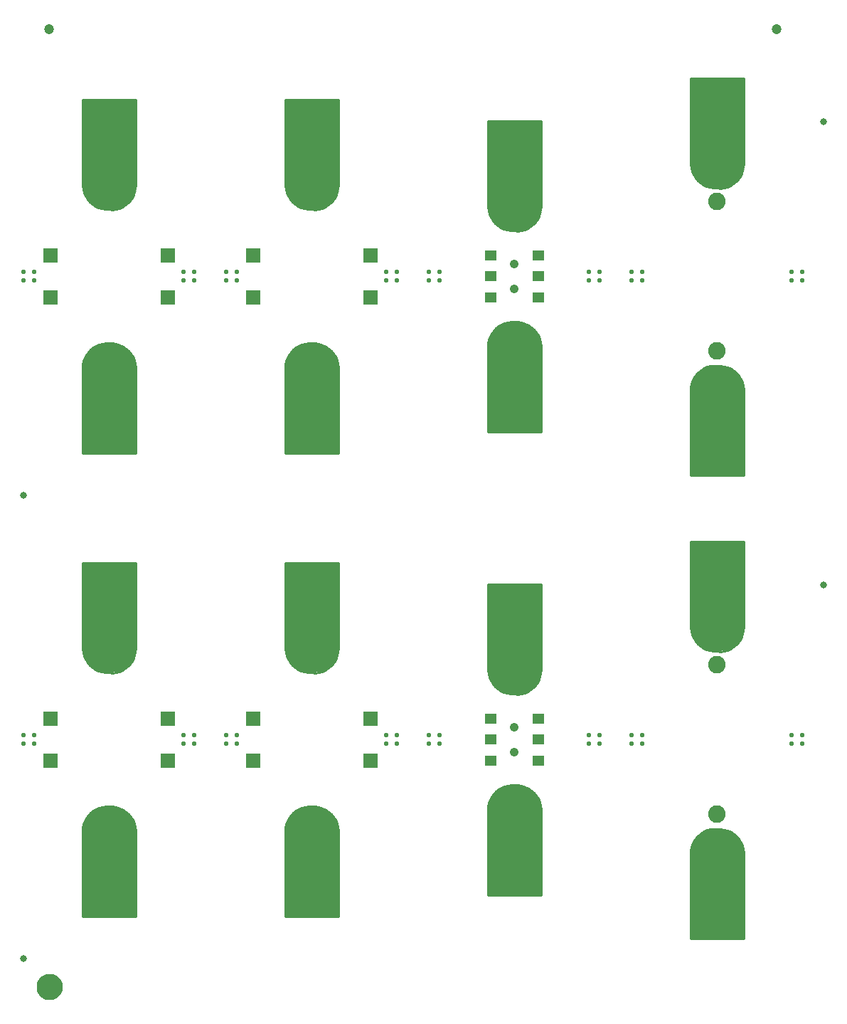
<source format=gts>
G75*
%MOIN*%
%OFA0B0*%
%FSLAX25Y25*%
%IPPOS*%
%LPD*%
%AMOC8*
5,1,8,0,0,1.08239X$1,22.5*
%
%ADD10C,0.02300*%
%ADD11C,0.03300*%
%ADD12R,0.07099X0.06902*%
%ADD13C,0.08200*%
%ADD14R,0.05328X0.04737*%
%ADD15C,0.04146*%
%ADD16C,0.20800*%
%ADD17C,0.01000*%
%ADD18C,0.04737*%
%ADD19C,0.05000*%
%ADD20C,0.06706*%
D10*
X0043750Y0134250D03*
X0043750Y0138250D03*
X0048750Y0138250D03*
X0048750Y0134250D03*
X0118750Y0134250D03*
X0118750Y0138250D03*
X0123750Y0138250D03*
X0123750Y0134250D03*
X0138750Y0134250D03*
X0138750Y0138250D03*
X0143750Y0138250D03*
X0143750Y0134250D03*
X0213750Y0134250D03*
X0213750Y0138250D03*
X0218750Y0138250D03*
X0218750Y0134250D03*
X0233750Y0134250D03*
X0233750Y0138250D03*
X0238750Y0138250D03*
X0238750Y0134250D03*
X0308750Y0134250D03*
X0308750Y0138250D03*
X0313750Y0138250D03*
X0313750Y0134250D03*
X0328750Y0134250D03*
X0328750Y0138250D03*
X0333750Y0138250D03*
X0333750Y0134250D03*
X0403750Y0134250D03*
X0403750Y0138250D03*
X0408750Y0138250D03*
X0408750Y0134250D03*
X0408750Y0351250D03*
X0408750Y0355250D03*
X0403750Y0355250D03*
X0403750Y0351250D03*
X0333750Y0351250D03*
X0333750Y0355250D03*
X0328750Y0355250D03*
X0328750Y0351250D03*
X0313750Y0351250D03*
X0313750Y0355250D03*
X0308750Y0355250D03*
X0308750Y0351250D03*
X0238750Y0351250D03*
X0238750Y0355250D03*
X0233750Y0355250D03*
X0233750Y0351250D03*
X0218750Y0351250D03*
X0218750Y0355250D03*
X0213750Y0355250D03*
X0213750Y0351250D03*
X0143750Y0351250D03*
X0143750Y0355250D03*
X0138750Y0355250D03*
X0138750Y0351250D03*
X0123750Y0351250D03*
X0123750Y0355250D03*
X0118750Y0355250D03*
X0118750Y0351250D03*
X0048750Y0351250D03*
X0048750Y0355250D03*
X0043750Y0355250D03*
X0043750Y0351250D03*
D11*
X0043750Y0033750D03*
X0043750Y0250750D03*
X0418750Y0208750D03*
X0418750Y0425750D03*
D12*
X0206211Y0363093D03*
X0206211Y0343407D03*
X0151289Y0343407D03*
X0151289Y0363093D03*
X0111211Y0363093D03*
X0111211Y0343407D03*
X0056289Y0343407D03*
X0056289Y0363093D03*
X0056289Y0146093D03*
X0056289Y0126407D03*
X0111211Y0126407D03*
X0111211Y0146093D03*
X0151289Y0146093D03*
X0151289Y0126407D03*
X0206211Y0126407D03*
X0206211Y0146093D03*
D13*
X0368750Y0171250D03*
X0368750Y0101250D03*
X0368750Y0318250D03*
X0368750Y0388250D03*
D14*
X0284872Y0363093D03*
X0284872Y0353250D03*
X0284872Y0343407D03*
X0262628Y0343407D03*
X0262628Y0353250D03*
X0262628Y0363093D03*
X0262628Y0146093D03*
X0262628Y0136250D03*
X0262628Y0126407D03*
X0284872Y0126407D03*
X0284872Y0136250D03*
X0284872Y0146093D03*
D15*
X0273750Y0142156D03*
X0273750Y0130344D03*
X0273750Y0347344D03*
X0273750Y0359156D03*
D16*
X0273750Y0386750D03*
X0273750Y0409750D03*
X0273750Y0319750D03*
X0273750Y0296750D03*
X0368750Y0299250D03*
X0368750Y0276250D03*
X0368750Y0212750D03*
X0368750Y0189750D03*
X0273750Y0192750D03*
X0273750Y0169750D03*
X0273750Y0102750D03*
X0273750Y0079750D03*
X0368750Y0082250D03*
X0368750Y0059250D03*
X0178750Y0069750D03*
X0178750Y0092750D03*
X0178750Y0179750D03*
X0178750Y0202750D03*
X0178750Y0286750D03*
X0178750Y0309750D03*
X0178750Y0396750D03*
X0178750Y0419750D03*
X0083750Y0419750D03*
X0083750Y0396750D03*
X0083750Y0309750D03*
X0083750Y0286750D03*
X0083750Y0202750D03*
X0083750Y0179750D03*
X0083750Y0092750D03*
X0083750Y0069750D03*
X0368750Y0406750D03*
X0368750Y0429750D03*
D17*
X0356350Y0430152D02*
X0381150Y0430152D01*
X0381150Y0431150D02*
X0356350Y0431150D01*
X0356350Y0432149D02*
X0381150Y0432149D01*
X0381150Y0433147D02*
X0356350Y0433147D01*
X0356350Y0434146D02*
X0381150Y0434146D01*
X0381150Y0435144D02*
X0356350Y0435144D01*
X0356350Y0436143D02*
X0381150Y0436143D01*
X0381150Y0437141D02*
X0356350Y0437141D01*
X0356350Y0438140D02*
X0381150Y0438140D01*
X0381150Y0439138D02*
X0356350Y0439138D01*
X0356350Y0440137D02*
X0381150Y0440137D01*
X0381150Y0441135D02*
X0356350Y0441135D01*
X0356350Y0442134D02*
X0381150Y0442134D01*
X0381150Y0443132D02*
X0356350Y0443132D01*
X0356350Y0444131D02*
X0381150Y0444131D01*
X0381150Y0445129D02*
X0356350Y0445129D01*
X0356350Y0446128D02*
X0381150Y0446128D01*
X0381150Y0446150D02*
X0381150Y0406150D01*
X0381090Y0404551D01*
X0380803Y0402976D01*
X0380297Y0401457D01*
X0379581Y0400026D01*
X0378670Y0398710D01*
X0377582Y0397537D01*
X0376338Y0396529D01*
X0374965Y0395707D01*
X0373489Y0395088D01*
X0371940Y0394684D01*
X0370350Y0394504D01*
X0368750Y0394550D01*
X0367065Y0394585D01*
X0365401Y0394859D01*
X0363794Y0395367D01*
X0362275Y0396099D01*
X0360876Y0397039D01*
X0359625Y0398169D01*
X0358548Y0399466D01*
X0357666Y0400902D01*
X0356997Y0402450D01*
X0356555Y0404077D01*
X0356350Y0405750D01*
X0356350Y0446150D01*
X0381150Y0446150D01*
X0381150Y0429153D02*
X0356350Y0429153D01*
X0356350Y0428155D02*
X0381150Y0428155D01*
X0381150Y0427156D02*
X0356350Y0427156D01*
X0356350Y0426158D02*
X0381150Y0426158D01*
X0381150Y0425159D02*
X0356350Y0425159D01*
X0356350Y0424160D02*
X0381150Y0424160D01*
X0381150Y0423162D02*
X0356350Y0423162D01*
X0356350Y0422163D02*
X0381150Y0422163D01*
X0381150Y0421165D02*
X0356350Y0421165D01*
X0356350Y0420166D02*
X0381150Y0420166D01*
X0381150Y0419168D02*
X0356350Y0419168D01*
X0356350Y0418169D02*
X0381150Y0418169D01*
X0381150Y0417171D02*
X0356350Y0417171D01*
X0356350Y0416172D02*
X0381150Y0416172D01*
X0381150Y0415174D02*
X0356350Y0415174D01*
X0356350Y0414175D02*
X0381150Y0414175D01*
X0381150Y0413177D02*
X0356350Y0413177D01*
X0356350Y0412178D02*
X0381150Y0412178D01*
X0381150Y0411180D02*
X0356350Y0411180D01*
X0356350Y0410181D02*
X0381150Y0410181D01*
X0381150Y0409183D02*
X0356350Y0409183D01*
X0356350Y0408184D02*
X0381150Y0408184D01*
X0381150Y0407186D02*
X0356350Y0407186D01*
X0356350Y0406187D02*
X0381150Y0406187D01*
X0381114Y0405189D02*
X0356419Y0405189D01*
X0356542Y0404190D02*
X0381024Y0404190D01*
X0380843Y0403192D02*
X0356796Y0403192D01*
X0357108Y0402193D02*
X0380543Y0402193D01*
X0380166Y0401195D02*
X0357539Y0401195D01*
X0358099Y0400196D02*
X0379667Y0400196D01*
X0379008Y0399198D02*
X0358770Y0399198D01*
X0359600Y0398199D02*
X0378196Y0398199D01*
X0377167Y0397201D02*
X0360697Y0397201D01*
X0362121Y0396202D02*
X0375792Y0396202D01*
X0373764Y0395204D02*
X0364311Y0395204D01*
X0286150Y0395204D02*
X0261350Y0395204D01*
X0261350Y0396202D02*
X0286150Y0396202D01*
X0286150Y0397201D02*
X0261350Y0397201D01*
X0261350Y0398199D02*
X0286150Y0398199D01*
X0286150Y0399198D02*
X0261350Y0399198D01*
X0261350Y0400196D02*
X0286150Y0400196D01*
X0286150Y0401195D02*
X0261350Y0401195D01*
X0261350Y0402193D02*
X0286150Y0402193D01*
X0286150Y0403192D02*
X0261350Y0403192D01*
X0261350Y0404190D02*
X0286150Y0404190D01*
X0286150Y0405189D02*
X0261350Y0405189D01*
X0261350Y0406187D02*
X0286150Y0406187D01*
X0286150Y0407186D02*
X0261350Y0407186D01*
X0261350Y0408184D02*
X0286150Y0408184D01*
X0286150Y0409183D02*
X0261350Y0409183D01*
X0261350Y0410181D02*
X0286150Y0410181D01*
X0286150Y0411180D02*
X0261350Y0411180D01*
X0261350Y0412178D02*
X0286150Y0412178D01*
X0286150Y0413177D02*
X0261350Y0413177D01*
X0261350Y0414175D02*
X0286150Y0414175D01*
X0286150Y0415174D02*
X0261350Y0415174D01*
X0261350Y0416172D02*
X0286150Y0416172D01*
X0286150Y0417171D02*
X0261350Y0417171D01*
X0261350Y0418169D02*
X0286150Y0418169D01*
X0286150Y0419168D02*
X0261350Y0419168D01*
X0261350Y0420166D02*
X0286150Y0420166D01*
X0286150Y0421165D02*
X0261350Y0421165D01*
X0261350Y0422163D02*
X0286150Y0422163D01*
X0286150Y0423162D02*
X0261350Y0423162D01*
X0261350Y0424160D02*
X0286150Y0424160D01*
X0286150Y0425159D02*
X0261350Y0425159D01*
X0261350Y0426150D02*
X0261350Y0385750D01*
X0261555Y0384077D01*
X0261997Y0382450D01*
X0262666Y0380902D01*
X0263548Y0379466D01*
X0264625Y0378169D01*
X0265876Y0377039D01*
X0267275Y0376099D01*
X0268794Y0375367D01*
X0270401Y0374859D01*
X0272065Y0374585D01*
X0273750Y0374550D01*
X0275350Y0374504D01*
X0276940Y0374684D01*
X0278489Y0375088D01*
X0279965Y0375707D01*
X0281338Y0376529D01*
X0282582Y0377537D01*
X0283670Y0378710D01*
X0284581Y0380026D01*
X0285297Y0381457D01*
X0285803Y0382976D01*
X0286090Y0384551D01*
X0286150Y0386150D01*
X0286150Y0426150D01*
X0261350Y0426150D01*
X0261350Y0394205D02*
X0286150Y0394205D01*
X0286150Y0393207D02*
X0261350Y0393207D01*
X0261350Y0392208D02*
X0286150Y0392208D01*
X0286150Y0391210D02*
X0261350Y0391210D01*
X0261350Y0390211D02*
X0286150Y0390211D01*
X0286150Y0389213D02*
X0261350Y0389213D01*
X0261350Y0388214D02*
X0286150Y0388214D01*
X0286150Y0387216D02*
X0261350Y0387216D01*
X0261350Y0386217D02*
X0286150Y0386217D01*
X0286115Y0385219D02*
X0261415Y0385219D01*
X0261538Y0384220D02*
X0286030Y0384220D01*
X0285848Y0383222D02*
X0261788Y0383222D01*
X0262095Y0382223D02*
X0285553Y0382223D01*
X0285181Y0381224D02*
X0262526Y0381224D01*
X0263081Y0380226D02*
X0284681Y0380226D01*
X0284028Y0379227D02*
X0263746Y0379227D01*
X0264575Y0378229D02*
X0283224Y0378229D01*
X0282204Y0377230D02*
X0265664Y0377230D01*
X0267077Y0376232D02*
X0280842Y0376232D01*
X0278835Y0375233D02*
X0269217Y0375233D01*
X0272150Y0331996D02*
X0273750Y0331950D01*
X0275435Y0331915D01*
X0277099Y0331641D01*
X0278706Y0331133D01*
X0280225Y0330401D01*
X0281624Y0329461D01*
X0282875Y0328331D01*
X0283952Y0327034D01*
X0284834Y0325598D01*
X0285503Y0324050D01*
X0285945Y0322423D01*
X0286150Y0320750D01*
X0286150Y0280350D01*
X0261350Y0280350D01*
X0261350Y0320350D01*
X0261410Y0321949D01*
X0261697Y0323524D01*
X0262203Y0325043D01*
X0262919Y0326474D01*
X0263830Y0327790D01*
X0264918Y0328963D01*
X0266162Y0329971D01*
X0267535Y0330793D01*
X0269011Y0331412D01*
X0270560Y0331816D01*
X0272150Y0331996D01*
X0268742Y0331299D02*
X0278181Y0331299D01*
X0280375Y0330300D02*
X0266712Y0330300D01*
X0265336Y0329302D02*
X0281800Y0329302D01*
X0282898Y0328303D02*
X0264306Y0328303D01*
X0263494Y0327305D02*
X0283728Y0327305D01*
X0284399Y0326306D02*
X0262835Y0326306D01*
X0262335Y0325308D02*
X0284960Y0325308D01*
X0285391Y0324309D02*
X0261958Y0324309D01*
X0261658Y0323311D02*
X0285704Y0323311D01*
X0285958Y0322312D02*
X0261476Y0322312D01*
X0261386Y0321314D02*
X0286081Y0321314D01*
X0286150Y0320315D02*
X0261350Y0320315D01*
X0261350Y0319317D02*
X0286150Y0319317D01*
X0286150Y0318318D02*
X0261350Y0318318D01*
X0261350Y0317320D02*
X0286150Y0317320D01*
X0286150Y0316321D02*
X0261350Y0316321D01*
X0261350Y0315323D02*
X0286150Y0315323D01*
X0286150Y0314324D02*
X0261350Y0314324D01*
X0261350Y0313326D02*
X0286150Y0313326D01*
X0286150Y0312327D02*
X0261350Y0312327D01*
X0261350Y0311329D02*
X0286150Y0311329D01*
X0286150Y0310330D02*
X0261350Y0310330D01*
X0261350Y0309332D02*
X0286150Y0309332D01*
X0286150Y0308333D02*
X0261350Y0308333D01*
X0261350Y0307335D02*
X0286150Y0307335D01*
X0286150Y0306336D02*
X0261350Y0306336D01*
X0261350Y0305338D02*
X0286150Y0305338D01*
X0286150Y0304339D02*
X0261350Y0304339D01*
X0261350Y0303341D02*
X0286150Y0303341D01*
X0286150Y0302342D02*
X0261350Y0302342D01*
X0261350Y0301344D02*
X0286150Y0301344D01*
X0286150Y0300345D02*
X0261350Y0300345D01*
X0261350Y0299347D02*
X0286150Y0299347D01*
X0286150Y0298348D02*
X0261350Y0298348D01*
X0261350Y0297350D02*
X0286150Y0297350D01*
X0286150Y0296351D02*
X0261350Y0296351D01*
X0261350Y0295353D02*
X0286150Y0295353D01*
X0286150Y0294354D02*
X0261350Y0294354D01*
X0261350Y0293355D02*
X0286150Y0293355D01*
X0286150Y0292357D02*
X0261350Y0292357D01*
X0261350Y0291358D02*
X0286150Y0291358D01*
X0286150Y0290360D02*
X0261350Y0290360D01*
X0261350Y0289361D02*
X0286150Y0289361D01*
X0286150Y0288363D02*
X0261350Y0288363D01*
X0261350Y0287364D02*
X0286150Y0287364D01*
X0286150Y0286366D02*
X0261350Y0286366D01*
X0261350Y0285367D02*
X0286150Y0285367D01*
X0286150Y0284369D02*
X0261350Y0284369D01*
X0261350Y0283370D02*
X0286150Y0283370D01*
X0286150Y0282372D02*
X0261350Y0282372D01*
X0261350Y0281373D02*
X0286150Y0281373D01*
X0286150Y0280375D02*
X0261350Y0280375D01*
X0191150Y0280375D02*
X0166350Y0280375D01*
X0166350Y0281373D02*
X0191150Y0281373D01*
X0191150Y0282372D02*
X0166350Y0282372D01*
X0166350Y0283370D02*
X0191150Y0283370D01*
X0191150Y0284369D02*
X0166350Y0284369D01*
X0166350Y0285367D02*
X0191150Y0285367D01*
X0191150Y0286366D02*
X0166350Y0286366D01*
X0166350Y0287364D02*
X0191150Y0287364D01*
X0191150Y0288363D02*
X0166350Y0288363D01*
X0166350Y0289361D02*
X0191150Y0289361D01*
X0191150Y0290360D02*
X0166350Y0290360D01*
X0166350Y0291358D02*
X0191150Y0291358D01*
X0191150Y0292357D02*
X0166350Y0292357D01*
X0166350Y0293355D02*
X0191150Y0293355D01*
X0191150Y0294354D02*
X0166350Y0294354D01*
X0166350Y0295353D02*
X0191150Y0295353D01*
X0191150Y0296351D02*
X0166350Y0296351D01*
X0166350Y0297350D02*
X0191150Y0297350D01*
X0191150Y0298348D02*
X0166350Y0298348D01*
X0166350Y0299347D02*
X0191150Y0299347D01*
X0191150Y0300345D02*
X0166350Y0300345D01*
X0166350Y0301344D02*
X0191150Y0301344D01*
X0191150Y0302342D02*
X0166350Y0302342D01*
X0166350Y0303341D02*
X0191150Y0303341D01*
X0191150Y0304339D02*
X0166350Y0304339D01*
X0166350Y0305338D02*
X0191150Y0305338D01*
X0191150Y0306336D02*
X0166350Y0306336D01*
X0166350Y0307335D02*
X0191150Y0307335D01*
X0191150Y0308333D02*
X0166350Y0308333D01*
X0166350Y0309332D02*
X0191150Y0309332D01*
X0191150Y0310330D02*
X0166350Y0310330D01*
X0166350Y0310350D02*
X0166410Y0311949D01*
X0166697Y0313524D01*
X0167203Y0315043D01*
X0167919Y0316474D01*
X0168830Y0317790D01*
X0169918Y0318963D01*
X0171162Y0319971D01*
X0172535Y0320793D01*
X0174011Y0321412D01*
X0175560Y0321816D01*
X0177150Y0321996D01*
X0178750Y0321950D01*
X0180435Y0321915D01*
X0182099Y0321641D01*
X0183706Y0321133D01*
X0185225Y0320401D01*
X0186624Y0319461D01*
X0187875Y0318331D01*
X0188952Y0317034D01*
X0189834Y0315598D01*
X0190503Y0314050D01*
X0190945Y0312423D01*
X0191150Y0310750D01*
X0191150Y0270350D01*
X0166350Y0270350D01*
X0166350Y0310350D01*
X0166387Y0311329D02*
X0191079Y0311329D01*
X0190956Y0312327D02*
X0166479Y0312327D01*
X0166660Y0313326D02*
X0190700Y0313326D01*
X0190385Y0314324D02*
X0166963Y0314324D01*
X0167343Y0315323D02*
X0189953Y0315323D01*
X0189390Y0316321D02*
X0167842Y0316321D01*
X0168504Y0317320D02*
X0188715Y0317320D01*
X0187885Y0318318D02*
X0169320Y0318318D01*
X0170354Y0319317D02*
X0186783Y0319317D01*
X0185353Y0320315D02*
X0171737Y0320315D01*
X0173778Y0321314D02*
X0183134Y0321314D01*
X0191150Y0279376D02*
X0166350Y0279376D01*
X0166350Y0278378D02*
X0191150Y0278378D01*
X0191150Y0277379D02*
X0166350Y0277379D01*
X0166350Y0276381D02*
X0191150Y0276381D01*
X0191150Y0275382D02*
X0166350Y0275382D01*
X0166350Y0274384D02*
X0191150Y0274384D01*
X0191150Y0273385D02*
X0166350Y0273385D01*
X0166350Y0272387D02*
X0191150Y0272387D01*
X0191150Y0271388D02*
X0166350Y0271388D01*
X0166350Y0270390D02*
X0191150Y0270390D01*
X0191150Y0219150D02*
X0166350Y0219150D01*
X0166350Y0178750D01*
X0166555Y0177077D01*
X0166997Y0175450D01*
X0167666Y0173902D01*
X0168548Y0172466D01*
X0169625Y0171169D01*
X0170876Y0170039D01*
X0172275Y0169099D01*
X0173794Y0168367D01*
X0175401Y0167859D01*
X0177065Y0167585D01*
X0178750Y0167550D01*
X0180350Y0167504D01*
X0181940Y0167684D01*
X0183489Y0168088D01*
X0184965Y0168707D01*
X0186338Y0169529D01*
X0187582Y0170537D01*
X0188670Y0171710D01*
X0189581Y0173026D01*
X0190297Y0174457D01*
X0190803Y0175976D01*
X0191090Y0177551D01*
X0191150Y0179150D01*
X0191150Y0219150D01*
X0191150Y0218467D02*
X0166350Y0218467D01*
X0166350Y0217469D02*
X0191150Y0217469D01*
X0191150Y0216470D02*
X0166350Y0216470D01*
X0166350Y0215472D02*
X0191150Y0215472D01*
X0191150Y0214473D02*
X0166350Y0214473D01*
X0166350Y0213475D02*
X0191150Y0213475D01*
X0191150Y0212476D02*
X0166350Y0212476D01*
X0166350Y0211478D02*
X0191150Y0211478D01*
X0191150Y0210479D02*
X0166350Y0210479D01*
X0166350Y0209481D02*
X0191150Y0209481D01*
X0191150Y0208482D02*
X0166350Y0208482D01*
X0166350Y0207484D02*
X0191150Y0207484D01*
X0191150Y0206485D02*
X0166350Y0206485D01*
X0166350Y0205487D02*
X0191150Y0205487D01*
X0191150Y0204488D02*
X0166350Y0204488D01*
X0166350Y0203489D02*
X0191150Y0203489D01*
X0191150Y0202491D02*
X0166350Y0202491D01*
X0166350Y0201492D02*
X0191150Y0201492D01*
X0191150Y0200494D02*
X0166350Y0200494D01*
X0166350Y0199495D02*
X0191150Y0199495D01*
X0191150Y0198497D02*
X0166350Y0198497D01*
X0166350Y0197498D02*
X0191150Y0197498D01*
X0191150Y0196500D02*
X0166350Y0196500D01*
X0166350Y0195501D02*
X0191150Y0195501D01*
X0191150Y0194503D02*
X0166350Y0194503D01*
X0166350Y0193504D02*
X0191150Y0193504D01*
X0191150Y0192506D02*
X0166350Y0192506D01*
X0166350Y0191507D02*
X0191150Y0191507D01*
X0191150Y0190509D02*
X0166350Y0190509D01*
X0166350Y0189510D02*
X0191150Y0189510D01*
X0191150Y0188512D02*
X0166350Y0188512D01*
X0166350Y0187513D02*
X0191150Y0187513D01*
X0191150Y0186515D02*
X0166350Y0186515D01*
X0166350Y0185516D02*
X0191150Y0185516D01*
X0191150Y0184518D02*
X0166350Y0184518D01*
X0166350Y0183519D02*
X0191150Y0183519D01*
X0191150Y0182521D02*
X0166350Y0182521D01*
X0166350Y0181522D02*
X0191150Y0181522D01*
X0191150Y0180524D02*
X0166350Y0180524D01*
X0166350Y0179525D02*
X0191150Y0179525D01*
X0191126Y0178527D02*
X0166377Y0178527D01*
X0166500Y0177528D02*
X0191086Y0177528D01*
X0190904Y0176530D02*
X0166704Y0176530D01*
X0166975Y0175531D02*
X0190655Y0175531D01*
X0190322Y0174533D02*
X0167393Y0174533D01*
X0167892Y0173534D02*
X0189836Y0173534D01*
X0189242Y0172536D02*
X0168505Y0172536D01*
X0169319Y0171537D02*
X0188510Y0171537D01*
X0187584Y0170539D02*
X0170323Y0170539D01*
X0171619Y0169540D02*
X0186352Y0169540D01*
X0184570Y0168542D02*
X0173432Y0168542D01*
X0178990Y0167543D02*
X0180696Y0167543D01*
X0178750Y0104950D02*
X0180435Y0104915D01*
X0182099Y0104641D01*
X0183706Y0104133D01*
X0185225Y0103401D01*
X0186624Y0102461D01*
X0187875Y0101331D01*
X0188952Y0100034D01*
X0189834Y0098598D01*
X0190503Y0097050D01*
X0190945Y0095423D01*
X0191150Y0093750D01*
X0191150Y0053350D01*
X0166350Y0053350D01*
X0166350Y0093350D01*
X0166410Y0094949D01*
X0166697Y0096524D01*
X0167203Y0098043D01*
X0167919Y0099474D01*
X0168830Y0100790D01*
X0169918Y0101963D01*
X0171162Y0102971D01*
X0172535Y0103793D01*
X0174011Y0104412D01*
X0175560Y0104816D01*
X0177150Y0104996D01*
X0178750Y0104950D01*
X0182112Y0104637D02*
X0174874Y0104637D01*
X0172277Y0103638D02*
X0184733Y0103638D01*
X0186357Y0102640D02*
X0170753Y0102640D01*
X0169620Y0101641D02*
X0187531Y0101641D01*
X0188447Y0100643D02*
X0168728Y0100643D01*
X0168036Y0099644D02*
X0189192Y0099644D01*
X0189805Y0098646D02*
X0167504Y0098646D01*
X0167071Y0097647D02*
X0190245Y0097647D01*
X0190612Y0096649D02*
X0166738Y0096649D01*
X0166538Y0095650D02*
X0190883Y0095650D01*
X0191039Y0094652D02*
X0166399Y0094652D01*
X0166361Y0093653D02*
X0191150Y0093653D01*
X0191150Y0092655D02*
X0166350Y0092655D01*
X0166350Y0091656D02*
X0191150Y0091656D01*
X0191150Y0090658D02*
X0166350Y0090658D01*
X0166350Y0089659D02*
X0191150Y0089659D01*
X0191150Y0088661D02*
X0166350Y0088661D01*
X0166350Y0087662D02*
X0191150Y0087662D01*
X0191150Y0086664D02*
X0166350Y0086664D01*
X0166350Y0085665D02*
X0191150Y0085665D01*
X0191150Y0084667D02*
X0166350Y0084667D01*
X0166350Y0083668D02*
X0191150Y0083668D01*
X0191150Y0082670D02*
X0166350Y0082670D01*
X0166350Y0081671D02*
X0191150Y0081671D01*
X0191150Y0080673D02*
X0166350Y0080673D01*
X0166350Y0079674D02*
X0191150Y0079674D01*
X0191150Y0078676D02*
X0166350Y0078676D01*
X0166350Y0077677D02*
X0191150Y0077677D01*
X0191150Y0076679D02*
X0166350Y0076679D01*
X0166350Y0075680D02*
X0191150Y0075680D01*
X0191150Y0074682D02*
X0166350Y0074682D01*
X0166350Y0073683D02*
X0191150Y0073683D01*
X0191150Y0072684D02*
X0166350Y0072684D01*
X0166350Y0071686D02*
X0191150Y0071686D01*
X0191150Y0070687D02*
X0166350Y0070687D01*
X0166350Y0069689D02*
X0191150Y0069689D01*
X0191150Y0068690D02*
X0166350Y0068690D01*
X0166350Y0067692D02*
X0191150Y0067692D01*
X0191150Y0066693D02*
X0166350Y0066693D01*
X0166350Y0065695D02*
X0191150Y0065695D01*
X0191150Y0064696D02*
X0166350Y0064696D01*
X0166350Y0063698D02*
X0191150Y0063698D01*
X0191150Y0062699D02*
X0166350Y0062699D01*
X0166350Y0061701D02*
X0191150Y0061701D01*
X0191150Y0060702D02*
X0166350Y0060702D01*
X0166350Y0059704D02*
X0191150Y0059704D01*
X0191150Y0058705D02*
X0166350Y0058705D01*
X0166350Y0057707D02*
X0191150Y0057707D01*
X0191150Y0056708D02*
X0166350Y0056708D01*
X0166350Y0055710D02*
X0191150Y0055710D01*
X0191150Y0054711D02*
X0166350Y0054711D01*
X0166350Y0053713D02*
X0191150Y0053713D01*
X0261350Y0063350D02*
X0261350Y0103350D01*
X0261410Y0104949D01*
X0261697Y0106524D01*
X0262203Y0108043D01*
X0262919Y0109474D01*
X0263830Y0110790D01*
X0264918Y0111963D01*
X0266162Y0112971D01*
X0267535Y0113793D01*
X0269011Y0114412D01*
X0270560Y0114816D01*
X0272150Y0114996D01*
X0273750Y0114950D01*
X0275435Y0114915D01*
X0277099Y0114641D01*
X0278706Y0114133D01*
X0280225Y0113401D01*
X0281624Y0112461D01*
X0282875Y0111331D01*
X0283952Y0110034D01*
X0284834Y0108598D01*
X0285503Y0107050D01*
X0285945Y0105423D01*
X0286150Y0103750D01*
X0286150Y0063350D01*
X0261350Y0063350D01*
X0261350Y0063698D02*
X0286150Y0063698D01*
X0286150Y0064696D02*
X0261350Y0064696D01*
X0261350Y0065695D02*
X0286150Y0065695D01*
X0286150Y0066693D02*
X0261350Y0066693D01*
X0261350Y0067692D02*
X0286150Y0067692D01*
X0286150Y0068690D02*
X0261350Y0068690D01*
X0261350Y0069689D02*
X0286150Y0069689D01*
X0286150Y0070687D02*
X0261350Y0070687D01*
X0261350Y0071686D02*
X0286150Y0071686D01*
X0286150Y0072684D02*
X0261350Y0072684D01*
X0261350Y0073683D02*
X0286150Y0073683D01*
X0286150Y0074682D02*
X0261350Y0074682D01*
X0261350Y0075680D02*
X0286150Y0075680D01*
X0286150Y0076679D02*
X0261350Y0076679D01*
X0261350Y0077677D02*
X0286150Y0077677D01*
X0286150Y0078676D02*
X0261350Y0078676D01*
X0261350Y0079674D02*
X0286150Y0079674D01*
X0286150Y0080673D02*
X0261350Y0080673D01*
X0261350Y0081671D02*
X0286150Y0081671D01*
X0286150Y0082670D02*
X0261350Y0082670D01*
X0261350Y0083668D02*
X0286150Y0083668D01*
X0286150Y0084667D02*
X0261350Y0084667D01*
X0261350Y0085665D02*
X0286150Y0085665D01*
X0286150Y0086664D02*
X0261350Y0086664D01*
X0261350Y0087662D02*
X0286150Y0087662D01*
X0286150Y0088661D02*
X0261350Y0088661D01*
X0261350Y0089659D02*
X0286150Y0089659D01*
X0286150Y0090658D02*
X0261350Y0090658D01*
X0261350Y0091656D02*
X0286150Y0091656D01*
X0286150Y0092655D02*
X0261350Y0092655D01*
X0261350Y0093653D02*
X0286150Y0093653D01*
X0286150Y0094652D02*
X0261350Y0094652D01*
X0261350Y0095650D02*
X0286150Y0095650D01*
X0286150Y0096649D02*
X0261350Y0096649D01*
X0261350Y0097647D02*
X0286150Y0097647D01*
X0286150Y0098646D02*
X0261350Y0098646D01*
X0261350Y0099644D02*
X0286150Y0099644D01*
X0286150Y0100643D02*
X0261350Y0100643D01*
X0261350Y0101641D02*
X0286150Y0101641D01*
X0286150Y0102640D02*
X0261350Y0102640D01*
X0261361Y0103638D02*
X0286150Y0103638D01*
X0286041Y0104637D02*
X0261399Y0104637D01*
X0261535Y0105635D02*
X0285887Y0105635D01*
X0285616Y0106634D02*
X0261733Y0106634D01*
X0262066Y0107632D02*
X0285251Y0107632D01*
X0284814Y0108631D02*
X0262497Y0108631D01*
X0263026Y0109629D02*
X0284201Y0109629D01*
X0283459Y0110628D02*
X0263718Y0110628D01*
X0264606Y0111626D02*
X0282548Y0111626D01*
X0281380Y0112625D02*
X0265734Y0112625D01*
X0267252Y0113623D02*
X0279763Y0113623D01*
X0277159Y0114622D02*
X0269817Y0114622D01*
X0272065Y0157585D02*
X0270401Y0157859D01*
X0268794Y0158367D01*
X0267275Y0159099D01*
X0265876Y0160039D01*
X0264625Y0161169D01*
X0263548Y0162466D01*
X0262666Y0163902D01*
X0261997Y0165450D01*
X0261555Y0167077D01*
X0261350Y0168750D01*
X0261350Y0209150D01*
X0286150Y0209150D01*
X0286150Y0169150D01*
X0286090Y0167551D01*
X0285803Y0165976D01*
X0285297Y0164457D01*
X0284581Y0163026D01*
X0283670Y0161710D01*
X0282582Y0160537D01*
X0281338Y0159529D01*
X0279965Y0158707D01*
X0278489Y0158088D01*
X0276940Y0157684D01*
X0275350Y0157504D01*
X0273750Y0157550D01*
X0272065Y0157585D01*
X0273364Y0157558D02*
X0275827Y0157558D01*
X0279605Y0158556D02*
X0268401Y0158556D01*
X0266597Y0159555D02*
X0281371Y0159555D01*
X0282597Y0160553D02*
X0265307Y0160553D01*
X0264307Y0161552D02*
X0283523Y0161552D01*
X0284252Y0162551D02*
X0263496Y0162551D01*
X0262882Y0163549D02*
X0284843Y0163549D01*
X0285327Y0164548D02*
X0262387Y0164548D01*
X0261971Y0165546D02*
X0285660Y0165546D01*
X0285907Y0166545D02*
X0261700Y0166545D01*
X0261498Y0167543D02*
X0286088Y0167543D01*
X0286127Y0168542D02*
X0261376Y0168542D01*
X0261350Y0169540D02*
X0286150Y0169540D01*
X0286150Y0170539D02*
X0261350Y0170539D01*
X0261350Y0171537D02*
X0286150Y0171537D01*
X0286150Y0172536D02*
X0261350Y0172536D01*
X0261350Y0173534D02*
X0286150Y0173534D01*
X0286150Y0174533D02*
X0261350Y0174533D01*
X0261350Y0175531D02*
X0286150Y0175531D01*
X0286150Y0176530D02*
X0261350Y0176530D01*
X0261350Y0177528D02*
X0286150Y0177528D01*
X0286150Y0178527D02*
X0261350Y0178527D01*
X0261350Y0179525D02*
X0286150Y0179525D01*
X0286150Y0180524D02*
X0261350Y0180524D01*
X0261350Y0181522D02*
X0286150Y0181522D01*
X0286150Y0182521D02*
X0261350Y0182521D01*
X0261350Y0183519D02*
X0286150Y0183519D01*
X0286150Y0184518D02*
X0261350Y0184518D01*
X0261350Y0185516D02*
X0286150Y0185516D01*
X0286150Y0186515D02*
X0261350Y0186515D01*
X0261350Y0187513D02*
X0286150Y0187513D01*
X0286150Y0188512D02*
X0261350Y0188512D01*
X0261350Y0189510D02*
X0286150Y0189510D01*
X0286150Y0190509D02*
X0261350Y0190509D01*
X0261350Y0191507D02*
X0286150Y0191507D01*
X0286150Y0192506D02*
X0261350Y0192506D01*
X0261350Y0193504D02*
X0286150Y0193504D01*
X0286150Y0194503D02*
X0261350Y0194503D01*
X0261350Y0195501D02*
X0286150Y0195501D01*
X0286150Y0196500D02*
X0261350Y0196500D01*
X0261350Y0197498D02*
X0286150Y0197498D01*
X0286150Y0198497D02*
X0261350Y0198497D01*
X0261350Y0199495D02*
X0286150Y0199495D01*
X0286150Y0200494D02*
X0261350Y0200494D01*
X0261350Y0201492D02*
X0286150Y0201492D01*
X0286150Y0202491D02*
X0261350Y0202491D01*
X0261350Y0203489D02*
X0286150Y0203489D01*
X0286150Y0204488D02*
X0261350Y0204488D01*
X0261350Y0205487D02*
X0286150Y0205487D01*
X0286150Y0206485D02*
X0261350Y0206485D01*
X0261350Y0207484D02*
X0286150Y0207484D01*
X0286150Y0208482D02*
X0261350Y0208482D01*
X0356350Y0208482D02*
X0381150Y0208482D01*
X0381150Y0207484D02*
X0356350Y0207484D01*
X0356350Y0206485D02*
X0381150Y0206485D01*
X0381150Y0205487D02*
X0356350Y0205487D01*
X0356350Y0204488D02*
X0381150Y0204488D01*
X0381150Y0203489D02*
X0356350Y0203489D01*
X0356350Y0202491D02*
X0381150Y0202491D01*
X0381150Y0201492D02*
X0356350Y0201492D01*
X0356350Y0200494D02*
X0381150Y0200494D01*
X0381150Y0199495D02*
X0356350Y0199495D01*
X0356350Y0198497D02*
X0381150Y0198497D01*
X0381150Y0197498D02*
X0356350Y0197498D01*
X0356350Y0196500D02*
X0381150Y0196500D01*
X0381150Y0195501D02*
X0356350Y0195501D01*
X0356350Y0194503D02*
X0381150Y0194503D01*
X0381150Y0193504D02*
X0356350Y0193504D01*
X0356350Y0192506D02*
X0381150Y0192506D01*
X0381150Y0191507D02*
X0356350Y0191507D01*
X0356350Y0190509D02*
X0381150Y0190509D01*
X0381150Y0189510D02*
X0356350Y0189510D01*
X0356350Y0188750D02*
X0356350Y0229150D01*
X0381150Y0229150D01*
X0381150Y0189150D01*
X0381090Y0187551D01*
X0380803Y0185976D01*
X0380297Y0184457D01*
X0379581Y0183026D01*
X0378670Y0181710D01*
X0377582Y0180537D01*
X0376338Y0179529D01*
X0374965Y0178707D01*
X0373489Y0178088D01*
X0371940Y0177684D01*
X0370350Y0177504D01*
X0368750Y0177550D01*
X0367065Y0177585D01*
X0365401Y0177859D01*
X0363794Y0178367D01*
X0362275Y0179099D01*
X0360876Y0180039D01*
X0359625Y0181169D01*
X0358548Y0182466D01*
X0357666Y0183902D01*
X0356997Y0185450D01*
X0356555Y0187077D01*
X0356350Y0188750D01*
X0356379Y0188512D02*
X0381126Y0188512D01*
X0381083Y0187513D02*
X0356502Y0187513D01*
X0356708Y0186515D02*
X0380901Y0186515D01*
X0380650Y0185516D02*
X0356979Y0185516D01*
X0357400Y0184518D02*
X0380317Y0184518D01*
X0379828Y0183519D02*
X0357901Y0183519D01*
X0358514Y0182521D02*
X0379232Y0182521D01*
X0378496Y0181522D02*
X0359332Y0181522D01*
X0360340Y0180524D02*
X0377566Y0180524D01*
X0376332Y0179525D02*
X0361641Y0179525D01*
X0363463Y0178527D02*
X0374534Y0178527D01*
X0370565Y0177528D02*
X0369505Y0177528D01*
X0381150Y0209481D02*
X0356350Y0209481D01*
X0356350Y0210479D02*
X0381150Y0210479D01*
X0381150Y0211478D02*
X0356350Y0211478D01*
X0356350Y0212476D02*
X0381150Y0212476D01*
X0381150Y0213475D02*
X0356350Y0213475D01*
X0356350Y0214473D02*
X0381150Y0214473D01*
X0381150Y0215472D02*
X0356350Y0215472D01*
X0356350Y0216470D02*
X0381150Y0216470D01*
X0381150Y0217469D02*
X0356350Y0217469D01*
X0356350Y0218467D02*
X0381150Y0218467D01*
X0381150Y0219466D02*
X0356350Y0219466D01*
X0356350Y0220464D02*
X0381150Y0220464D01*
X0381150Y0221463D02*
X0356350Y0221463D01*
X0356350Y0222461D02*
X0381150Y0222461D01*
X0381150Y0223460D02*
X0356350Y0223460D01*
X0356350Y0224458D02*
X0381150Y0224458D01*
X0381150Y0225457D02*
X0356350Y0225457D01*
X0356350Y0226455D02*
X0381150Y0226455D01*
X0381150Y0227454D02*
X0356350Y0227454D01*
X0356350Y0228452D02*
X0381150Y0228452D01*
X0381150Y0259850D02*
X0356350Y0259850D01*
X0356350Y0299850D01*
X0356410Y0301449D01*
X0356697Y0303024D01*
X0357203Y0304543D01*
X0357919Y0305974D01*
X0358830Y0307290D01*
X0359918Y0308463D01*
X0361162Y0309471D01*
X0362535Y0310293D01*
X0364011Y0310912D01*
X0365560Y0311316D01*
X0367150Y0311496D01*
X0368750Y0311450D01*
X0370435Y0311415D01*
X0372099Y0311141D01*
X0373706Y0310633D01*
X0375225Y0309901D01*
X0376624Y0308961D01*
X0377875Y0307831D01*
X0378952Y0306534D01*
X0379834Y0305098D01*
X0380503Y0303550D01*
X0380945Y0301923D01*
X0381150Y0300250D01*
X0381150Y0259850D01*
X0381150Y0260405D02*
X0356350Y0260405D01*
X0356350Y0261403D02*
X0381150Y0261403D01*
X0381150Y0262402D02*
X0356350Y0262402D01*
X0356350Y0263400D02*
X0381150Y0263400D01*
X0381150Y0264399D02*
X0356350Y0264399D01*
X0356350Y0265397D02*
X0381150Y0265397D01*
X0381150Y0266396D02*
X0356350Y0266396D01*
X0356350Y0267394D02*
X0381150Y0267394D01*
X0381150Y0268393D02*
X0356350Y0268393D01*
X0356350Y0269391D02*
X0381150Y0269391D01*
X0381150Y0270390D02*
X0356350Y0270390D01*
X0356350Y0271388D02*
X0381150Y0271388D01*
X0381150Y0272387D02*
X0356350Y0272387D01*
X0356350Y0273385D02*
X0381150Y0273385D01*
X0381150Y0274384D02*
X0356350Y0274384D01*
X0356350Y0275382D02*
X0381150Y0275382D01*
X0381150Y0276381D02*
X0356350Y0276381D01*
X0356350Y0277379D02*
X0381150Y0277379D01*
X0381150Y0278378D02*
X0356350Y0278378D01*
X0356350Y0279376D02*
X0381150Y0279376D01*
X0381150Y0280375D02*
X0356350Y0280375D01*
X0356350Y0281373D02*
X0381150Y0281373D01*
X0381150Y0282372D02*
X0356350Y0282372D01*
X0356350Y0283370D02*
X0381150Y0283370D01*
X0381150Y0284369D02*
X0356350Y0284369D01*
X0356350Y0285367D02*
X0381150Y0285367D01*
X0381150Y0286366D02*
X0356350Y0286366D01*
X0356350Y0287364D02*
X0381150Y0287364D01*
X0381150Y0288363D02*
X0356350Y0288363D01*
X0356350Y0289361D02*
X0381150Y0289361D01*
X0381150Y0290360D02*
X0356350Y0290360D01*
X0356350Y0291358D02*
X0381150Y0291358D01*
X0381150Y0292357D02*
X0356350Y0292357D01*
X0356350Y0293355D02*
X0381150Y0293355D01*
X0381150Y0294354D02*
X0356350Y0294354D01*
X0356350Y0295353D02*
X0381150Y0295353D01*
X0381150Y0296351D02*
X0356350Y0296351D01*
X0356350Y0297350D02*
X0381150Y0297350D01*
X0381150Y0298348D02*
X0356350Y0298348D01*
X0356350Y0299347D02*
X0381150Y0299347D01*
X0381138Y0300345D02*
X0356369Y0300345D01*
X0356406Y0301344D02*
X0381016Y0301344D01*
X0380831Y0302342D02*
X0356573Y0302342D01*
X0356802Y0303341D02*
X0380560Y0303341D01*
X0380162Y0304339D02*
X0357135Y0304339D01*
X0357600Y0305338D02*
X0379687Y0305338D01*
X0379074Y0306336D02*
X0358169Y0306336D01*
X0358871Y0307335D02*
X0378287Y0307335D01*
X0377319Y0308333D02*
X0359797Y0308333D01*
X0360990Y0309332D02*
X0376072Y0309332D01*
X0374334Y0310330D02*
X0362624Y0310330D01*
X0365675Y0311329D02*
X0370961Y0311329D01*
X0190297Y0391457D02*
X0189581Y0390026D01*
X0188670Y0388710D01*
X0187582Y0387537D01*
X0186338Y0386529D01*
X0184965Y0385707D01*
X0183489Y0385088D01*
X0181940Y0384684D01*
X0180350Y0384504D01*
X0178750Y0384550D01*
X0177065Y0384585D01*
X0175401Y0384859D01*
X0173794Y0385367D01*
X0172275Y0386099D01*
X0170876Y0387039D01*
X0169625Y0388169D01*
X0168548Y0389466D01*
X0167666Y0390902D01*
X0166997Y0392450D01*
X0166555Y0394077D01*
X0166350Y0395750D01*
X0166350Y0436150D01*
X0191150Y0436150D01*
X0191150Y0396150D01*
X0191090Y0394551D01*
X0190803Y0392976D01*
X0190297Y0391457D01*
X0190173Y0391210D02*
X0167533Y0391210D01*
X0167101Y0392208D02*
X0190548Y0392208D01*
X0190845Y0393207D02*
X0166792Y0393207D01*
X0166540Y0394205D02*
X0191027Y0394205D01*
X0191114Y0395204D02*
X0166417Y0395204D01*
X0166350Y0396202D02*
X0191150Y0396202D01*
X0191150Y0397201D02*
X0166350Y0397201D01*
X0166350Y0398199D02*
X0191150Y0398199D01*
X0191150Y0399198D02*
X0166350Y0399198D01*
X0166350Y0400196D02*
X0191150Y0400196D01*
X0191150Y0401195D02*
X0166350Y0401195D01*
X0166350Y0402193D02*
X0191150Y0402193D01*
X0191150Y0403192D02*
X0166350Y0403192D01*
X0166350Y0404190D02*
X0191150Y0404190D01*
X0191150Y0405189D02*
X0166350Y0405189D01*
X0166350Y0406187D02*
X0191150Y0406187D01*
X0191150Y0407186D02*
X0166350Y0407186D01*
X0166350Y0408184D02*
X0191150Y0408184D01*
X0191150Y0409183D02*
X0166350Y0409183D01*
X0166350Y0410181D02*
X0191150Y0410181D01*
X0191150Y0411180D02*
X0166350Y0411180D01*
X0166350Y0412178D02*
X0191150Y0412178D01*
X0191150Y0413177D02*
X0166350Y0413177D01*
X0166350Y0414175D02*
X0191150Y0414175D01*
X0191150Y0415174D02*
X0166350Y0415174D01*
X0166350Y0416172D02*
X0191150Y0416172D01*
X0191150Y0417171D02*
X0166350Y0417171D01*
X0166350Y0418169D02*
X0191150Y0418169D01*
X0191150Y0419168D02*
X0166350Y0419168D01*
X0166350Y0420166D02*
X0191150Y0420166D01*
X0191150Y0421165D02*
X0166350Y0421165D01*
X0166350Y0422163D02*
X0191150Y0422163D01*
X0191150Y0423162D02*
X0166350Y0423162D01*
X0166350Y0424160D02*
X0191150Y0424160D01*
X0191150Y0425159D02*
X0166350Y0425159D01*
X0166350Y0426158D02*
X0191150Y0426158D01*
X0191150Y0427156D02*
X0166350Y0427156D01*
X0166350Y0428155D02*
X0191150Y0428155D01*
X0191150Y0429153D02*
X0166350Y0429153D01*
X0166350Y0430152D02*
X0191150Y0430152D01*
X0191150Y0431150D02*
X0166350Y0431150D01*
X0166350Y0432149D02*
X0191150Y0432149D01*
X0191150Y0433147D02*
X0166350Y0433147D01*
X0166350Y0434146D02*
X0191150Y0434146D01*
X0191150Y0435144D02*
X0166350Y0435144D01*
X0166350Y0436143D02*
X0191150Y0436143D01*
X0189674Y0390211D02*
X0168090Y0390211D01*
X0168758Y0389213D02*
X0189018Y0389213D01*
X0188210Y0388214D02*
X0169588Y0388214D01*
X0170681Y0387216D02*
X0187186Y0387216D01*
X0185817Y0386217D02*
X0172099Y0386217D01*
X0174264Y0385219D02*
X0183800Y0385219D01*
X0096090Y0394551D02*
X0095803Y0392976D01*
X0095297Y0391457D01*
X0094581Y0390026D01*
X0093670Y0388710D01*
X0092582Y0387537D01*
X0091338Y0386529D01*
X0089965Y0385707D01*
X0088489Y0385088D01*
X0086940Y0384684D01*
X0085350Y0384504D01*
X0083750Y0384550D01*
X0082065Y0384585D01*
X0080401Y0384859D01*
X0078794Y0385367D01*
X0077275Y0386099D01*
X0075876Y0387039D01*
X0074625Y0388169D01*
X0073548Y0389466D01*
X0072666Y0390902D01*
X0071997Y0392450D01*
X0071555Y0394077D01*
X0071350Y0395750D01*
X0071350Y0436150D01*
X0096150Y0436150D01*
X0096150Y0396150D01*
X0096090Y0394551D01*
X0096027Y0394205D02*
X0071540Y0394205D01*
X0071417Y0395204D02*
X0096114Y0395204D01*
X0096150Y0396202D02*
X0071350Y0396202D01*
X0071350Y0397201D02*
X0096150Y0397201D01*
X0096150Y0398199D02*
X0071350Y0398199D01*
X0071350Y0399198D02*
X0096150Y0399198D01*
X0096150Y0400196D02*
X0071350Y0400196D01*
X0071350Y0401195D02*
X0096150Y0401195D01*
X0096150Y0402193D02*
X0071350Y0402193D01*
X0071350Y0403192D02*
X0096150Y0403192D01*
X0096150Y0404190D02*
X0071350Y0404190D01*
X0071350Y0405189D02*
X0096150Y0405189D01*
X0096150Y0406187D02*
X0071350Y0406187D01*
X0071350Y0407186D02*
X0096150Y0407186D01*
X0096150Y0408184D02*
X0071350Y0408184D01*
X0071350Y0409183D02*
X0096150Y0409183D01*
X0096150Y0410181D02*
X0071350Y0410181D01*
X0071350Y0411180D02*
X0096150Y0411180D01*
X0096150Y0412178D02*
X0071350Y0412178D01*
X0071350Y0413177D02*
X0096150Y0413177D01*
X0096150Y0414175D02*
X0071350Y0414175D01*
X0071350Y0415174D02*
X0096150Y0415174D01*
X0096150Y0416172D02*
X0071350Y0416172D01*
X0071350Y0417171D02*
X0096150Y0417171D01*
X0096150Y0418169D02*
X0071350Y0418169D01*
X0071350Y0419168D02*
X0096150Y0419168D01*
X0096150Y0420166D02*
X0071350Y0420166D01*
X0071350Y0421165D02*
X0096150Y0421165D01*
X0096150Y0422163D02*
X0071350Y0422163D01*
X0071350Y0423162D02*
X0096150Y0423162D01*
X0096150Y0424160D02*
X0071350Y0424160D01*
X0071350Y0425159D02*
X0096150Y0425159D01*
X0096150Y0426158D02*
X0071350Y0426158D01*
X0071350Y0427156D02*
X0096150Y0427156D01*
X0096150Y0428155D02*
X0071350Y0428155D01*
X0071350Y0429153D02*
X0096150Y0429153D01*
X0096150Y0430152D02*
X0071350Y0430152D01*
X0071350Y0431150D02*
X0096150Y0431150D01*
X0096150Y0432149D02*
X0071350Y0432149D01*
X0071350Y0433147D02*
X0096150Y0433147D01*
X0096150Y0434146D02*
X0071350Y0434146D01*
X0071350Y0435144D02*
X0096150Y0435144D01*
X0096150Y0436143D02*
X0071350Y0436143D01*
X0071792Y0393207D02*
X0095845Y0393207D01*
X0095548Y0392208D02*
X0072101Y0392208D01*
X0072533Y0391210D02*
X0095173Y0391210D01*
X0094674Y0390211D02*
X0073090Y0390211D01*
X0073758Y0389213D02*
X0094018Y0389213D01*
X0093210Y0388214D02*
X0074588Y0388214D01*
X0075681Y0387216D02*
X0092186Y0387216D01*
X0090817Y0386217D02*
X0077099Y0386217D01*
X0079264Y0385219D02*
X0088800Y0385219D01*
X0085435Y0321915D02*
X0083750Y0321950D01*
X0082150Y0321996D01*
X0080560Y0321816D01*
X0079011Y0321412D01*
X0077535Y0320793D01*
X0076162Y0319971D01*
X0074918Y0318963D01*
X0073830Y0317790D01*
X0072919Y0316474D01*
X0072203Y0315043D01*
X0071697Y0313524D01*
X0071410Y0311949D01*
X0071350Y0310350D01*
X0071350Y0270350D01*
X0096150Y0270350D01*
X0096150Y0310750D01*
X0095945Y0312423D01*
X0095503Y0314050D01*
X0094834Y0315598D01*
X0093952Y0317034D01*
X0092875Y0318331D01*
X0091624Y0319461D01*
X0090225Y0320401D01*
X0088706Y0321133D01*
X0087099Y0321641D01*
X0085435Y0321915D01*
X0088134Y0321314D02*
X0078778Y0321314D01*
X0076737Y0320315D02*
X0090353Y0320315D01*
X0091783Y0319317D02*
X0075354Y0319317D01*
X0074320Y0318318D02*
X0092885Y0318318D01*
X0093715Y0317320D02*
X0073504Y0317320D01*
X0072842Y0316321D02*
X0094390Y0316321D01*
X0094953Y0315323D02*
X0072343Y0315323D01*
X0071963Y0314324D02*
X0095385Y0314324D01*
X0095700Y0313326D02*
X0071660Y0313326D01*
X0071479Y0312327D02*
X0095956Y0312327D01*
X0096079Y0311329D02*
X0071387Y0311329D01*
X0071350Y0310330D02*
X0096150Y0310330D01*
X0096150Y0309332D02*
X0071350Y0309332D01*
X0071350Y0308333D02*
X0096150Y0308333D01*
X0096150Y0307335D02*
X0071350Y0307335D01*
X0071350Y0306336D02*
X0096150Y0306336D01*
X0096150Y0305338D02*
X0071350Y0305338D01*
X0071350Y0304339D02*
X0096150Y0304339D01*
X0096150Y0303341D02*
X0071350Y0303341D01*
X0071350Y0302342D02*
X0096150Y0302342D01*
X0096150Y0301344D02*
X0071350Y0301344D01*
X0071350Y0300345D02*
X0096150Y0300345D01*
X0096150Y0299347D02*
X0071350Y0299347D01*
X0071350Y0298348D02*
X0096150Y0298348D01*
X0096150Y0297350D02*
X0071350Y0297350D01*
X0071350Y0296351D02*
X0096150Y0296351D01*
X0096150Y0295353D02*
X0071350Y0295353D01*
X0071350Y0294354D02*
X0096150Y0294354D01*
X0096150Y0293355D02*
X0071350Y0293355D01*
X0071350Y0292357D02*
X0096150Y0292357D01*
X0096150Y0291358D02*
X0071350Y0291358D01*
X0071350Y0290360D02*
X0096150Y0290360D01*
X0096150Y0289361D02*
X0071350Y0289361D01*
X0071350Y0288363D02*
X0096150Y0288363D01*
X0096150Y0287364D02*
X0071350Y0287364D01*
X0071350Y0286366D02*
X0096150Y0286366D01*
X0096150Y0285367D02*
X0071350Y0285367D01*
X0071350Y0284369D02*
X0096150Y0284369D01*
X0096150Y0283370D02*
X0071350Y0283370D01*
X0071350Y0282372D02*
X0096150Y0282372D01*
X0096150Y0281373D02*
X0071350Y0281373D01*
X0071350Y0280375D02*
X0096150Y0280375D01*
X0096150Y0279376D02*
X0071350Y0279376D01*
X0071350Y0278378D02*
X0096150Y0278378D01*
X0096150Y0277379D02*
X0071350Y0277379D01*
X0071350Y0276381D02*
X0096150Y0276381D01*
X0096150Y0275382D02*
X0071350Y0275382D01*
X0071350Y0274384D02*
X0096150Y0274384D01*
X0096150Y0273385D02*
X0071350Y0273385D01*
X0071350Y0272387D02*
X0096150Y0272387D01*
X0096150Y0271388D02*
X0071350Y0271388D01*
X0071350Y0270390D02*
X0096150Y0270390D01*
X0096150Y0219150D02*
X0071350Y0219150D01*
X0071350Y0178750D01*
X0071555Y0177077D01*
X0071997Y0175450D01*
X0072666Y0173902D01*
X0073548Y0172466D01*
X0074625Y0171169D01*
X0075876Y0170039D01*
X0077275Y0169099D01*
X0078794Y0168367D01*
X0080401Y0167859D01*
X0082065Y0167585D01*
X0083750Y0167550D01*
X0085350Y0167504D01*
X0086940Y0167684D01*
X0088489Y0168088D01*
X0089965Y0168707D01*
X0091338Y0169529D01*
X0092582Y0170537D01*
X0093670Y0171710D01*
X0094581Y0173026D01*
X0095297Y0174457D01*
X0095803Y0175976D01*
X0096090Y0177551D01*
X0096150Y0179150D01*
X0096150Y0219150D01*
X0096150Y0218467D02*
X0071350Y0218467D01*
X0071350Y0217469D02*
X0096150Y0217469D01*
X0096150Y0216470D02*
X0071350Y0216470D01*
X0071350Y0215472D02*
X0096150Y0215472D01*
X0096150Y0214473D02*
X0071350Y0214473D01*
X0071350Y0213475D02*
X0096150Y0213475D01*
X0096150Y0212476D02*
X0071350Y0212476D01*
X0071350Y0211478D02*
X0096150Y0211478D01*
X0096150Y0210479D02*
X0071350Y0210479D01*
X0071350Y0209481D02*
X0096150Y0209481D01*
X0096150Y0208482D02*
X0071350Y0208482D01*
X0071350Y0207484D02*
X0096150Y0207484D01*
X0096150Y0206485D02*
X0071350Y0206485D01*
X0071350Y0205487D02*
X0096150Y0205487D01*
X0096150Y0204488D02*
X0071350Y0204488D01*
X0071350Y0203489D02*
X0096150Y0203489D01*
X0096150Y0202491D02*
X0071350Y0202491D01*
X0071350Y0201492D02*
X0096150Y0201492D01*
X0096150Y0200494D02*
X0071350Y0200494D01*
X0071350Y0199495D02*
X0096150Y0199495D01*
X0096150Y0198497D02*
X0071350Y0198497D01*
X0071350Y0197498D02*
X0096150Y0197498D01*
X0096150Y0196500D02*
X0071350Y0196500D01*
X0071350Y0195501D02*
X0096150Y0195501D01*
X0096150Y0194503D02*
X0071350Y0194503D01*
X0071350Y0193504D02*
X0096150Y0193504D01*
X0096150Y0192506D02*
X0071350Y0192506D01*
X0071350Y0191507D02*
X0096150Y0191507D01*
X0096150Y0190509D02*
X0071350Y0190509D01*
X0071350Y0189510D02*
X0096150Y0189510D01*
X0096150Y0188512D02*
X0071350Y0188512D01*
X0071350Y0187513D02*
X0096150Y0187513D01*
X0096150Y0186515D02*
X0071350Y0186515D01*
X0071350Y0185516D02*
X0096150Y0185516D01*
X0096150Y0184518D02*
X0071350Y0184518D01*
X0071350Y0183519D02*
X0096150Y0183519D01*
X0096150Y0182521D02*
X0071350Y0182521D01*
X0071350Y0181522D02*
X0096150Y0181522D01*
X0096150Y0180524D02*
X0071350Y0180524D01*
X0071350Y0179525D02*
X0096150Y0179525D01*
X0096126Y0178527D02*
X0071377Y0178527D01*
X0071500Y0177528D02*
X0096086Y0177528D01*
X0095904Y0176530D02*
X0071704Y0176530D01*
X0071975Y0175531D02*
X0095655Y0175531D01*
X0095322Y0174533D02*
X0072393Y0174533D01*
X0072892Y0173534D02*
X0094836Y0173534D01*
X0094242Y0172536D02*
X0073505Y0172536D01*
X0074319Y0171537D02*
X0093510Y0171537D01*
X0092584Y0170539D02*
X0075323Y0170539D01*
X0076619Y0169540D02*
X0091352Y0169540D01*
X0089570Y0168542D02*
X0078432Y0168542D01*
X0083990Y0167543D02*
X0085696Y0167543D01*
X0083750Y0104950D02*
X0085435Y0104915D01*
X0087099Y0104641D01*
X0088706Y0104133D01*
X0090225Y0103401D01*
X0091624Y0102461D01*
X0092875Y0101331D01*
X0093952Y0100034D01*
X0094834Y0098598D01*
X0095503Y0097050D01*
X0095945Y0095423D01*
X0096150Y0093750D01*
X0096150Y0053350D01*
X0071350Y0053350D01*
X0071350Y0093350D01*
X0071410Y0094949D01*
X0071697Y0096524D01*
X0072203Y0098043D01*
X0072919Y0099474D01*
X0073830Y0100790D01*
X0074918Y0101963D01*
X0076162Y0102971D01*
X0077535Y0103793D01*
X0079011Y0104412D01*
X0080560Y0104816D01*
X0082150Y0104996D01*
X0083750Y0104950D01*
X0087112Y0104637D02*
X0079874Y0104637D01*
X0077277Y0103638D02*
X0089733Y0103638D01*
X0091357Y0102640D02*
X0075753Y0102640D01*
X0074620Y0101641D02*
X0092531Y0101641D01*
X0093447Y0100643D02*
X0073728Y0100643D01*
X0073036Y0099644D02*
X0094192Y0099644D01*
X0094805Y0098646D02*
X0072504Y0098646D01*
X0072071Y0097647D02*
X0095245Y0097647D01*
X0095612Y0096649D02*
X0071738Y0096649D01*
X0071538Y0095650D02*
X0095883Y0095650D01*
X0096039Y0094652D02*
X0071399Y0094652D01*
X0071361Y0093653D02*
X0096150Y0093653D01*
X0096150Y0092655D02*
X0071350Y0092655D01*
X0071350Y0091656D02*
X0096150Y0091656D01*
X0096150Y0090658D02*
X0071350Y0090658D01*
X0071350Y0089659D02*
X0096150Y0089659D01*
X0096150Y0088661D02*
X0071350Y0088661D01*
X0071350Y0087662D02*
X0096150Y0087662D01*
X0096150Y0086664D02*
X0071350Y0086664D01*
X0071350Y0085665D02*
X0096150Y0085665D01*
X0096150Y0084667D02*
X0071350Y0084667D01*
X0071350Y0083668D02*
X0096150Y0083668D01*
X0096150Y0082670D02*
X0071350Y0082670D01*
X0071350Y0081671D02*
X0096150Y0081671D01*
X0096150Y0080673D02*
X0071350Y0080673D01*
X0071350Y0079674D02*
X0096150Y0079674D01*
X0096150Y0078676D02*
X0071350Y0078676D01*
X0071350Y0077677D02*
X0096150Y0077677D01*
X0096150Y0076679D02*
X0071350Y0076679D01*
X0071350Y0075680D02*
X0096150Y0075680D01*
X0096150Y0074682D02*
X0071350Y0074682D01*
X0071350Y0073683D02*
X0096150Y0073683D01*
X0096150Y0072684D02*
X0071350Y0072684D01*
X0071350Y0071686D02*
X0096150Y0071686D01*
X0096150Y0070687D02*
X0071350Y0070687D01*
X0071350Y0069689D02*
X0096150Y0069689D01*
X0096150Y0068690D02*
X0071350Y0068690D01*
X0071350Y0067692D02*
X0096150Y0067692D01*
X0096150Y0066693D02*
X0071350Y0066693D01*
X0071350Y0065695D02*
X0096150Y0065695D01*
X0096150Y0064696D02*
X0071350Y0064696D01*
X0071350Y0063698D02*
X0096150Y0063698D01*
X0096150Y0062699D02*
X0071350Y0062699D01*
X0071350Y0061701D02*
X0096150Y0061701D01*
X0096150Y0060702D02*
X0071350Y0060702D01*
X0071350Y0059704D02*
X0096150Y0059704D01*
X0096150Y0058705D02*
X0071350Y0058705D01*
X0071350Y0057707D02*
X0096150Y0057707D01*
X0096150Y0056708D02*
X0071350Y0056708D01*
X0071350Y0055710D02*
X0096150Y0055710D01*
X0096150Y0054711D02*
X0071350Y0054711D01*
X0071350Y0053713D02*
X0096150Y0053713D01*
X0356350Y0053713D02*
X0381150Y0053713D01*
X0381150Y0054711D02*
X0356350Y0054711D01*
X0356350Y0055710D02*
X0381150Y0055710D01*
X0381150Y0056708D02*
X0356350Y0056708D01*
X0356350Y0057707D02*
X0381150Y0057707D01*
X0381150Y0058705D02*
X0356350Y0058705D01*
X0356350Y0059704D02*
X0381150Y0059704D01*
X0381150Y0060702D02*
X0356350Y0060702D01*
X0356350Y0061701D02*
X0381150Y0061701D01*
X0381150Y0062699D02*
X0356350Y0062699D01*
X0356350Y0063698D02*
X0381150Y0063698D01*
X0381150Y0064696D02*
X0356350Y0064696D01*
X0356350Y0065695D02*
X0381150Y0065695D01*
X0381150Y0066693D02*
X0356350Y0066693D01*
X0356350Y0067692D02*
X0381150Y0067692D01*
X0381150Y0068690D02*
X0356350Y0068690D01*
X0356350Y0069689D02*
X0381150Y0069689D01*
X0381150Y0070687D02*
X0356350Y0070687D01*
X0356350Y0071686D02*
X0381150Y0071686D01*
X0381150Y0072684D02*
X0356350Y0072684D01*
X0356350Y0073683D02*
X0381150Y0073683D01*
X0381150Y0074682D02*
X0356350Y0074682D01*
X0356350Y0075680D02*
X0381150Y0075680D01*
X0381150Y0076679D02*
X0356350Y0076679D01*
X0356350Y0077677D02*
X0381150Y0077677D01*
X0381150Y0078676D02*
X0356350Y0078676D01*
X0356350Y0079674D02*
X0381150Y0079674D01*
X0381150Y0080673D02*
X0356350Y0080673D01*
X0356350Y0081671D02*
X0381150Y0081671D01*
X0381150Y0082670D02*
X0356350Y0082670D01*
X0356350Y0082850D02*
X0356410Y0084449D01*
X0356697Y0086024D01*
X0357203Y0087543D01*
X0357919Y0088974D01*
X0358830Y0090290D01*
X0359918Y0091463D01*
X0361162Y0092471D01*
X0362535Y0093293D01*
X0364011Y0093912D01*
X0365560Y0094316D01*
X0367150Y0094496D01*
X0368750Y0094450D01*
X0370435Y0094415D01*
X0372099Y0094141D01*
X0373706Y0093633D01*
X0375225Y0092901D01*
X0376624Y0091961D01*
X0377875Y0090831D01*
X0378952Y0089534D01*
X0379834Y0088098D01*
X0380503Y0086550D01*
X0380945Y0084923D01*
X0381150Y0083250D01*
X0381150Y0042850D01*
X0356350Y0042850D01*
X0356350Y0082850D01*
X0356381Y0083668D02*
X0381099Y0083668D01*
X0380976Y0084667D02*
X0356450Y0084667D01*
X0356631Y0085665D02*
X0380743Y0085665D01*
X0380454Y0086664D02*
X0356910Y0086664D01*
X0357262Y0087662D02*
X0380023Y0087662D01*
X0379489Y0088661D02*
X0357762Y0088661D01*
X0358393Y0089659D02*
X0378849Y0089659D01*
X0378019Y0090658D02*
X0359171Y0090658D01*
X0360156Y0091656D02*
X0376961Y0091656D01*
X0375591Y0092655D02*
X0361469Y0092655D01*
X0363395Y0093653D02*
X0373642Y0093653D01*
X0381150Y0052714D02*
X0356350Y0052714D01*
X0356350Y0051716D02*
X0381150Y0051716D01*
X0381150Y0050717D02*
X0356350Y0050717D01*
X0356350Y0049719D02*
X0381150Y0049719D01*
X0381150Y0048720D02*
X0356350Y0048720D01*
X0356350Y0047722D02*
X0381150Y0047722D01*
X0381150Y0046723D02*
X0356350Y0046723D01*
X0356350Y0045725D02*
X0381150Y0045725D01*
X0381150Y0044726D02*
X0356350Y0044726D01*
X0356350Y0043728D02*
X0381150Y0043728D01*
D18*
X0396750Y0469000D03*
X0055750Y0469000D03*
D19*
X0052185Y0020500D02*
X0052187Y0020619D01*
X0052193Y0020738D01*
X0052203Y0020857D01*
X0052217Y0020975D01*
X0052235Y0021093D01*
X0052256Y0021210D01*
X0052282Y0021326D01*
X0052312Y0021442D01*
X0052345Y0021556D01*
X0052382Y0021669D01*
X0052423Y0021781D01*
X0052468Y0021892D01*
X0052516Y0022001D01*
X0052568Y0022108D01*
X0052624Y0022213D01*
X0052683Y0022317D01*
X0052745Y0022418D01*
X0052811Y0022518D01*
X0052880Y0022615D01*
X0052952Y0022709D01*
X0053028Y0022802D01*
X0053106Y0022891D01*
X0053187Y0022978D01*
X0053272Y0023063D01*
X0053359Y0023144D01*
X0053448Y0023222D01*
X0053541Y0023298D01*
X0053635Y0023370D01*
X0053732Y0023439D01*
X0053832Y0023505D01*
X0053933Y0023567D01*
X0054037Y0023626D01*
X0054142Y0023682D01*
X0054249Y0023734D01*
X0054358Y0023782D01*
X0054469Y0023827D01*
X0054581Y0023868D01*
X0054694Y0023905D01*
X0054808Y0023938D01*
X0054924Y0023968D01*
X0055040Y0023994D01*
X0055157Y0024015D01*
X0055275Y0024033D01*
X0055393Y0024047D01*
X0055512Y0024057D01*
X0055631Y0024063D01*
X0055750Y0024065D01*
X0055869Y0024063D01*
X0055988Y0024057D01*
X0056107Y0024047D01*
X0056225Y0024033D01*
X0056343Y0024015D01*
X0056460Y0023994D01*
X0056576Y0023968D01*
X0056692Y0023938D01*
X0056806Y0023905D01*
X0056919Y0023868D01*
X0057031Y0023827D01*
X0057142Y0023782D01*
X0057251Y0023734D01*
X0057358Y0023682D01*
X0057463Y0023626D01*
X0057567Y0023567D01*
X0057668Y0023505D01*
X0057768Y0023439D01*
X0057865Y0023370D01*
X0057959Y0023298D01*
X0058052Y0023222D01*
X0058141Y0023144D01*
X0058228Y0023063D01*
X0058313Y0022978D01*
X0058394Y0022891D01*
X0058472Y0022802D01*
X0058548Y0022709D01*
X0058620Y0022615D01*
X0058689Y0022518D01*
X0058755Y0022418D01*
X0058817Y0022317D01*
X0058876Y0022213D01*
X0058932Y0022108D01*
X0058984Y0022001D01*
X0059032Y0021892D01*
X0059077Y0021781D01*
X0059118Y0021669D01*
X0059155Y0021556D01*
X0059188Y0021442D01*
X0059218Y0021326D01*
X0059244Y0021210D01*
X0059265Y0021093D01*
X0059283Y0020975D01*
X0059297Y0020857D01*
X0059307Y0020738D01*
X0059313Y0020619D01*
X0059315Y0020500D01*
X0059313Y0020381D01*
X0059307Y0020262D01*
X0059297Y0020143D01*
X0059283Y0020025D01*
X0059265Y0019907D01*
X0059244Y0019790D01*
X0059218Y0019674D01*
X0059188Y0019558D01*
X0059155Y0019444D01*
X0059118Y0019331D01*
X0059077Y0019219D01*
X0059032Y0019108D01*
X0058984Y0018999D01*
X0058932Y0018892D01*
X0058876Y0018787D01*
X0058817Y0018683D01*
X0058755Y0018582D01*
X0058689Y0018482D01*
X0058620Y0018385D01*
X0058548Y0018291D01*
X0058472Y0018198D01*
X0058394Y0018109D01*
X0058313Y0018022D01*
X0058228Y0017937D01*
X0058141Y0017856D01*
X0058052Y0017778D01*
X0057959Y0017702D01*
X0057865Y0017630D01*
X0057768Y0017561D01*
X0057668Y0017495D01*
X0057567Y0017433D01*
X0057463Y0017374D01*
X0057358Y0017318D01*
X0057251Y0017266D01*
X0057142Y0017218D01*
X0057031Y0017173D01*
X0056919Y0017132D01*
X0056806Y0017095D01*
X0056692Y0017062D01*
X0056576Y0017032D01*
X0056460Y0017006D01*
X0056343Y0016985D01*
X0056225Y0016967D01*
X0056107Y0016953D01*
X0055988Y0016943D01*
X0055869Y0016937D01*
X0055750Y0016935D01*
X0055631Y0016937D01*
X0055512Y0016943D01*
X0055393Y0016953D01*
X0055275Y0016967D01*
X0055157Y0016985D01*
X0055040Y0017006D01*
X0054924Y0017032D01*
X0054808Y0017062D01*
X0054694Y0017095D01*
X0054581Y0017132D01*
X0054469Y0017173D01*
X0054358Y0017218D01*
X0054249Y0017266D01*
X0054142Y0017318D01*
X0054037Y0017374D01*
X0053933Y0017433D01*
X0053832Y0017495D01*
X0053732Y0017561D01*
X0053635Y0017630D01*
X0053541Y0017702D01*
X0053448Y0017778D01*
X0053359Y0017856D01*
X0053272Y0017937D01*
X0053187Y0018022D01*
X0053106Y0018109D01*
X0053028Y0018198D01*
X0052952Y0018291D01*
X0052880Y0018385D01*
X0052811Y0018482D01*
X0052745Y0018582D01*
X0052683Y0018683D01*
X0052624Y0018787D01*
X0052568Y0018892D01*
X0052516Y0018999D01*
X0052468Y0019108D01*
X0052423Y0019219D01*
X0052382Y0019331D01*
X0052345Y0019444D01*
X0052312Y0019558D01*
X0052282Y0019674D01*
X0052256Y0019790D01*
X0052235Y0019907D01*
X0052217Y0020025D01*
X0052203Y0020143D01*
X0052193Y0020262D01*
X0052187Y0020381D01*
X0052185Y0020500D01*
D20*
X0055750Y0020500D03*
M02*

</source>
